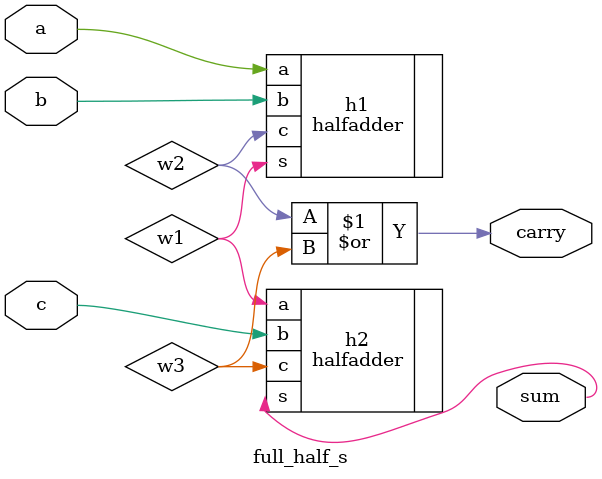
<source format=v>
module halfadder_s(
    input a, b,
    output c, s
    );
    and(c,a,b);
    xor(s,a,b);
endmodule

module full_half_s(
    input a, b, c,
    output sum, carry
    );
    wire w1, w2, w3;
    halfadder h1(.a(a), .b(b), .c(w2), .s(w1));
    halfadder h2(.a(w1), .b(c), .c(w3), .s(sum));
    or(carry, w2, w3);    
endmodule

</source>
